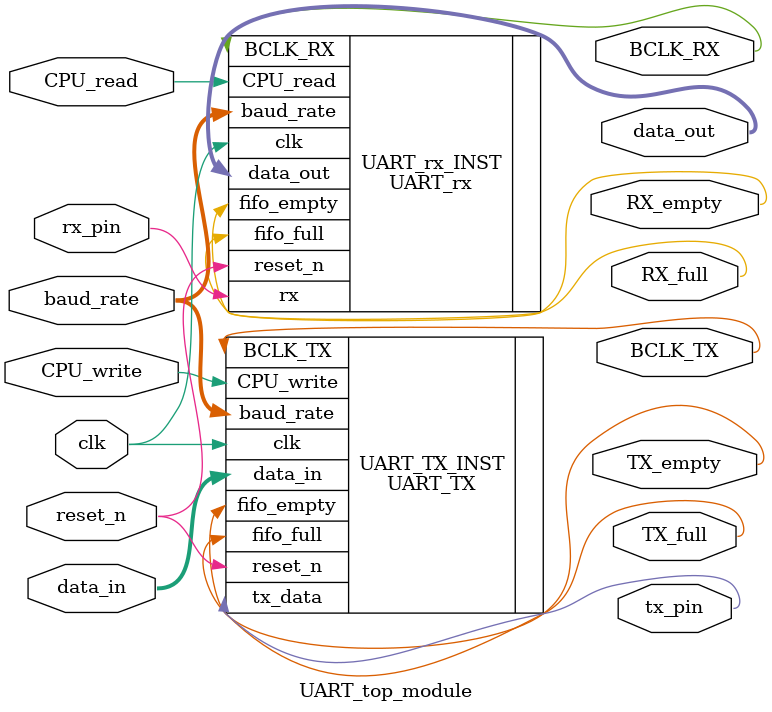
<source format=v>
`timescale 1ns / 1ps

module UART_top_module
#(parameter F_sys = 50_000_000 , oversample = 8)
(
    input clk , reset_n , CPU_write , CPU_read ,
    input [7:0]data_in , 
    input [3:0] baud_rate ,
    input  rx_pin,
    output RX_full , RX_empty ,
    output TX_full , TX_empty ,
    output tx_pin,
    output BCLK_TX, BCLK_RX,
    output [7:0] data_out 
);


    UART_TX UART_TX_INST(
        .data_in    (data_in    ),
        .clk        (clk        ),
        .reset_n    (reset_n    ),
        .baud_rate  (baud_rate  ),
        .CPU_write  (CPU_write  ),
        .fifo_empty (TX_empty   ),
        .fifo_full  (TX_full    ),
        .BCLK_TX    (BCLK_TX),
        .tx_data    (tx_pin     )
    );

    UART_rx #(.oversample(oversample)) 
    UART_rx_INST(
        .clk        (clk        ),
        .rx         (rx_pin     ),
        .baud_rate  (baud_rate  ),
        .reset_n    (reset_n    ),
        .CPU_read   (CPU_read   ),
        .fifo_empty (RX_empty   ),
        .fifo_full  (RX_full    ),
        .BCLK_RX    (BCLK_RX),
        .data_out   (data_out   )

    );

endmodule

</source>
